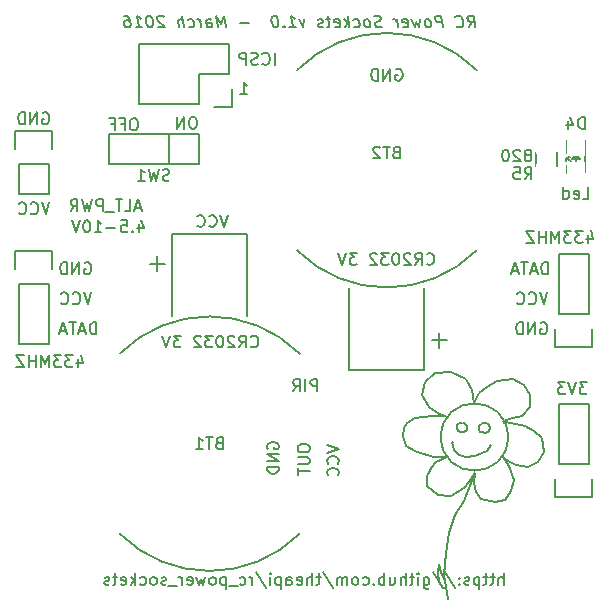
<source format=gbo>
%TF.GenerationSoftware,KiCad,Pcbnew,4.0.2-4+6225~38~ubuntu14.04.1-stable*%
%TF.CreationDate,2016-03-31T21:55:46+01:00*%
%TF.ProjectId,rc_power_sockets,72635F706F7765725F736F636B657473,rev?*%
%TF.FileFunction,Legend,Bot*%
%FSLAX46Y46*%
G04 Gerber Fmt 4.6, Leading zero omitted, Abs format (unit mm)*
G04 Created by KiCad (PCBNEW 4.0.2-4+6225~38~ubuntu14.04.1-stable) date Thu 31 Mar 2016 21:55:46 BST*
%MOMM*%
G01*
G04 APERTURE LIST*
%ADD10C,0.100000*%
%ADD11C,0.150000*%
%ADD12R,2.432000X2.127200*%
%ADD13O,2.432000X2.127200*%
%ADD14C,2.686000*%
%ADD15C,6.800000*%
%ADD16R,2.127200X2.432000*%
%ADD17O,2.127200X2.432000*%
%ADD18R,2.127200X2.127200*%
%ADD19O,2.127200X2.127200*%
%ADD20R,1.700000X1.900000*%
%ADD21R,1.598880X1.598880*%
%ADD22R,2.432000X2.432000*%
%ADD23O,2.432000X2.432000*%
%ADD24C,4.800000*%
%ADD25R,1.797000X1.797000*%
%ADD26C,1.797000*%
G04 APERTURE END LIST*
D10*
D11*
X123433333Y-76572381D02*
X123100000Y-77572381D01*
X122766666Y-76572381D01*
X121861904Y-77477143D02*
X121909523Y-77524762D01*
X122052380Y-77572381D01*
X122147618Y-77572381D01*
X122290476Y-77524762D01*
X122385714Y-77429524D01*
X122433333Y-77334286D01*
X122480952Y-77143810D01*
X122480952Y-77000952D01*
X122433333Y-76810476D01*
X122385714Y-76715238D01*
X122290476Y-76620000D01*
X122147618Y-76572381D01*
X122052380Y-76572381D01*
X121909523Y-76620000D01*
X121861904Y-76667619D01*
X120861904Y-77477143D02*
X120909523Y-77524762D01*
X121052380Y-77572381D01*
X121147618Y-77572381D01*
X121290476Y-77524762D01*
X121385714Y-77429524D01*
X121433333Y-77334286D01*
X121480952Y-77143810D01*
X121480952Y-77000952D01*
X121433333Y-76810476D01*
X121385714Y-76715238D01*
X121290476Y-76620000D01*
X121147618Y-76572381D01*
X121052380Y-76572381D01*
X120909523Y-76620000D01*
X120861904Y-76667619D01*
X130672381Y-69460381D02*
X130481904Y-69460381D01*
X130386666Y-69508000D01*
X130291428Y-69603238D01*
X130243809Y-69793714D01*
X130243809Y-70127048D01*
X130291428Y-70317524D01*
X130386666Y-70412762D01*
X130481904Y-70460381D01*
X130672381Y-70460381D01*
X130767619Y-70412762D01*
X130862857Y-70317524D01*
X130910476Y-70127048D01*
X130910476Y-69793714D01*
X130862857Y-69603238D01*
X130767619Y-69508000D01*
X130672381Y-69460381D01*
X129481904Y-69936571D02*
X129815238Y-69936571D01*
X129815238Y-70460381D02*
X129815238Y-69460381D01*
X129339047Y-69460381D01*
X128624761Y-69936571D02*
X128958095Y-69936571D01*
X128958095Y-70460381D02*
X128958095Y-69460381D01*
X128481904Y-69460381D01*
X135673048Y-69333381D02*
X135482571Y-69333381D01*
X135387333Y-69381000D01*
X135292095Y-69476238D01*
X135244476Y-69666714D01*
X135244476Y-70000048D01*
X135292095Y-70190524D01*
X135387333Y-70285762D01*
X135482571Y-70333381D01*
X135673048Y-70333381D01*
X135768286Y-70285762D01*
X135863524Y-70190524D01*
X135911143Y-70000048D01*
X135911143Y-69666714D01*
X135863524Y-69476238D01*
X135768286Y-69381000D01*
X135673048Y-69333381D01*
X134815905Y-70333381D02*
X134815905Y-69333381D01*
X134244476Y-70333381D01*
X134244476Y-69333381D01*
X168931095Y-91812381D02*
X168312047Y-91812381D01*
X168645381Y-92193333D01*
X168502523Y-92193333D01*
X168407285Y-92240952D01*
X168359666Y-92288571D01*
X168312047Y-92383810D01*
X168312047Y-92621905D01*
X168359666Y-92717143D01*
X168407285Y-92764762D01*
X168502523Y-92812381D01*
X168788238Y-92812381D01*
X168883476Y-92764762D01*
X168931095Y-92717143D01*
X168026333Y-91812381D02*
X167693000Y-92812381D01*
X167359666Y-91812381D01*
X167121571Y-91812381D02*
X166502523Y-91812381D01*
X166835857Y-92193333D01*
X166692999Y-92193333D01*
X166597761Y-92240952D01*
X166550142Y-92288571D01*
X166502523Y-92383810D01*
X166502523Y-92621905D01*
X166550142Y-92717143D01*
X166597761Y-92764762D01*
X166692999Y-92812381D01*
X166978714Y-92812381D01*
X167073952Y-92764762D01*
X167121571Y-92717143D01*
X122861904Y-69000000D02*
X122957142Y-68952381D01*
X123099999Y-68952381D01*
X123242857Y-69000000D01*
X123338095Y-69095238D01*
X123385714Y-69190476D01*
X123433333Y-69380952D01*
X123433333Y-69523810D01*
X123385714Y-69714286D01*
X123338095Y-69809524D01*
X123242857Y-69904762D01*
X123099999Y-69952381D01*
X123004761Y-69952381D01*
X122861904Y-69904762D01*
X122814285Y-69857143D01*
X122814285Y-69523810D01*
X123004761Y-69523810D01*
X122385714Y-69952381D02*
X122385714Y-68952381D01*
X121814285Y-69952381D01*
X121814285Y-68952381D01*
X121338095Y-69952381D02*
X121338095Y-68952381D01*
X121100000Y-68952381D01*
X120957142Y-69000000D01*
X120861904Y-69095238D01*
X120814285Y-69190476D01*
X120766666Y-69380952D01*
X120766666Y-69523810D01*
X120814285Y-69714286D01*
X120861904Y-69809524D01*
X120957142Y-69904762D01*
X121100000Y-69952381D01*
X121338095Y-69952381D01*
X146100000Y-92552381D02*
X146100000Y-91552381D01*
X145719047Y-91552381D01*
X145623809Y-91600000D01*
X145576190Y-91647619D01*
X145528571Y-91742857D01*
X145528571Y-91885714D01*
X145576190Y-91980952D01*
X145623809Y-92028571D01*
X145719047Y-92076190D01*
X146100000Y-92076190D01*
X145100000Y-92552381D02*
X145100000Y-91552381D01*
X144052381Y-92552381D02*
X144385715Y-92076190D01*
X144623810Y-92552381D02*
X144623810Y-91552381D01*
X144242857Y-91552381D01*
X144147619Y-91600000D01*
X144100000Y-91647619D01*
X144052381Y-91742857D01*
X144052381Y-91885714D01*
X144100000Y-91980952D01*
X144147619Y-92028571D01*
X144242857Y-92076190D01*
X144623810Y-92076190D01*
X141920000Y-97440096D02*
X141872381Y-97344858D01*
X141872381Y-97202001D01*
X141920000Y-97059143D01*
X142015238Y-96963905D01*
X142110476Y-96916286D01*
X142300952Y-96868667D01*
X142443810Y-96868667D01*
X142634286Y-96916286D01*
X142729524Y-96963905D01*
X142824762Y-97059143D01*
X142872381Y-97202001D01*
X142872381Y-97297239D01*
X142824762Y-97440096D01*
X142777143Y-97487715D01*
X142443810Y-97487715D01*
X142443810Y-97297239D01*
X142872381Y-97916286D02*
X141872381Y-97916286D01*
X142872381Y-98487715D01*
X141872381Y-98487715D01*
X142872381Y-98963905D02*
X141872381Y-98963905D01*
X141872381Y-99202000D01*
X141920000Y-99344858D01*
X142015238Y-99440096D01*
X142110476Y-99487715D01*
X142300952Y-99535334D01*
X142443810Y-99535334D01*
X142634286Y-99487715D01*
X142729524Y-99440096D01*
X142824762Y-99344858D01*
X142872381Y-99202000D01*
X142872381Y-98963905D01*
X144452381Y-97300000D02*
X144452381Y-97490477D01*
X144500000Y-97585715D01*
X144595238Y-97680953D01*
X144785714Y-97728572D01*
X145119048Y-97728572D01*
X145309524Y-97680953D01*
X145404762Y-97585715D01*
X145452381Y-97490477D01*
X145452381Y-97300000D01*
X145404762Y-97204762D01*
X145309524Y-97109524D01*
X145119048Y-97061905D01*
X144785714Y-97061905D01*
X144595238Y-97109524D01*
X144500000Y-97204762D01*
X144452381Y-97300000D01*
X144452381Y-98157143D02*
X145261905Y-98157143D01*
X145357143Y-98204762D01*
X145404762Y-98252381D01*
X145452381Y-98347619D01*
X145452381Y-98538096D01*
X145404762Y-98633334D01*
X145357143Y-98680953D01*
X145261905Y-98728572D01*
X144452381Y-98728572D01*
X144452381Y-99061905D02*
X144452381Y-99633334D01*
X145452381Y-99347619D02*
X144452381Y-99347619D01*
X146952381Y-97122667D02*
X147952381Y-97456000D01*
X146952381Y-97789334D01*
X147857143Y-98694096D02*
X147904762Y-98646477D01*
X147952381Y-98503620D01*
X147952381Y-98408382D01*
X147904762Y-98265524D01*
X147809524Y-98170286D01*
X147714286Y-98122667D01*
X147523810Y-98075048D01*
X147380952Y-98075048D01*
X147190476Y-98122667D01*
X147095238Y-98170286D01*
X147000000Y-98265524D01*
X146952381Y-98408382D01*
X146952381Y-98503620D01*
X147000000Y-98646477D01*
X147047619Y-98694096D01*
X147857143Y-99694096D02*
X147904762Y-99646477D01*
X147952381Y-99503620D01*
X147952381Y-99408382D01*
X147904762Y-99265524D01*
X147809524Y-99170286D01*
X147714286Y-99122667D01*
X147523810Y-99075048D01*
X147380952Y-99075048D01*
X147190476Y-99122667D01*
X147095238Y-99170286D01*
X147000000Y-99265524D01*
X146952381Y-99408382D01*
X146952381Y-99503620D01*
X147000000Y-99646477D01*
X147047619Y-99694096D01*
X165637000Y-82652381D02*
X165637000Y-81652381D01*
X165398905Y-81652381D01*
X165256047Y-81700000D01*
X165160809Y-81795238D01*
X165113190Y-81890476D01*
X165065571Y-82080952D01*
X165065571Y-82223810D01*
X165113190Y-82414286D01*
X165160809Y-82509524D01*
X165256047Y-82604762D01*
X165398905Y-82652381D01*
X165637000Y-82652381D01*
X164684619Y-82366667D02*
X164208428Y-82366667D01*
X164779857Y-82652381D02*
X164446524Y-81652381D01*
X164113190Y-82652381D01*
X163922714Y-81652381D02*
X163351285Y-81652381D01*
X163637000Y-82652381D02*
X163637000Y-81652381D01*
X163065571Y-82366667D02*
X162589380Y-82366667D01*
X163160809Y-82652381D02*
X162827476Y-81652381D01*
X162494142Y-82652381D01*
X165597333Y-84192381D02*
X165264000Y-85192381D01*
X164930666Y-84192381D01*
X164025904Y-85097143D02*
X164073523Y-85144762D01*
X164216380Y-85192381D01*
X164311618Y-85192381D01*
X164454476Y-85144762D01*
X164549714Y-85049524D01*
X164597333Y-84954286D01*
X164644952Y-84763810D01*
X164644952Y-84620952D01*
X164597333Y-84430476D01*
X164549714Y-84335238D01*
X164454476Y-84240000D01*
X164311618Y-84192381D01*
X164216380Y-84192381D01*
X164073523Y-84240000D01*
X164025904Y-84287619D01*
X163025904Y-85097143D02*
X163073523Y-85144762D01*
X163216380Y-85192381D01*
X163311618Y-85192381D01*
X163454476Y-85144762D01*
X163549714Y-85049524D01*
X163597333Y-84954286D01*
X163644952Y-84763810D01*
X163644952Y-84620952D01*
X163597333Y-84430476D01*
X163549714Y-84335238D01*
X163454476Y-84240000D01*
X163311618Y-84192381D01*
X163216380Y-84192381D01*
X163073523Y-84240000D01*
X163025904Y-84287619D01*
X165025904Y-86780000D02*
X165121142Y-86732381D01*
X165263999Y-86732381D01*
X165406857Y-86780000D01*
X165502095Y-86875238D01*
X165549714Y-86970476D01*
X165597333Y-87160952D01*
X165597333Y-87303810D01*
X165549714Y-87494286D01*
X165502095Y-87589524D01*
X165406857Y-87684762D01*
X165263999Y-87732381D01*
X165168761Y-87732381D01*
X165025904Y-87684762D01*
X164978285Y-87637143D01*
X164978285Y-87303810D01*
X165168761Y-87303810D01*
X164549714Y-87732381D02*
X164549714Y-86732381D01*
X163978285Y-87732381D01*
X163978285Y-86732381D01*
X163502095Y-87732381D02*
X163502095Y-86732381D01*
X163264000Y-86732381D01*
X163121142Y-86780000D01*
X163025904Y-86875238D01*
X162978285Y-86970476D01*
X162930666Y-87160952D01*
X162930666Y-87303810D01*
X162978285Y-87494286D01*
X163025904Y-87589524D01*
X163121142Y-87684762D01*
X163264000Y-87732381D01*
X163502095Y-87732381D01*
X126417904Y-81700000D02*
X126513142Y-81652381D01*
X126655999Y-81652381D01*
X126798857Y-81700000D01*
X126894095Y-81795238D01*
X126941714Y-81890476D01*
X126989333Y-82080952D01*
X126989333Y-82223810D01*
X126941714Y-82414286D01*
X126894095Y-82509524D01*
X126798857Y-82604762D01*
X126655999Y-82652381D01*
X126560761Y-82652381D01*
X126417904Y-82604762D01*
X126370285Y-82557143D01*
X126370285Y-82223810D01*
X126560761Y-82223810D01*
X125941714Y-82652381D02*
X125941714Y-81652381D01*
X125370285Y-82652381D01*
X125370285Y-81652381D01*
X124894095Y-82652381D02*
X124894095Y-81652381D01*
X124656000Y-81652381D01*
X124513142Y-81700000D01*
X124417904Y-81795238D01*
X124370285Y-81890476D01*
X124322666Y-82080952D01*
X124322666Y-82223810D01*
X124370285Y-82414286D01*
X124417904Y-82509524D01*
X124513142Y-82604762D01*
X124656000Y-82652381D01*
X124894095Y-82652381D01*
X126989333Y-84192381D02*
X126656000Y-85192381D01*
X126322666Y-84192381D01*
X125417904Y-85097143D02*
X125465523Y-85144762D01*
X125608380Y-85192381D01*
X125703618Y-85192381D01*
X125846476Y-85144762D01*
X125941714Y-85049524D01*
X125989333Y-84954286D01*
X126036952Y-84763810D01*
X126036952Y-84620952D01*
X125989333Y-84430476D01*
X125941714Y-84335238D01*
X125846476Y-84240000D01*
X125703618Y-84192381D01*
X125608380Y-84192381D01*
X125465523Y-84240000D01*
X125417904Y-84287619D01*
X124417904Y-85097143D02*
X124465523Y-85144762D01*
X124608380Y-85192381D01*
X124703618Y-85192381D01*
X124846476Y-85144762D01*
X124941714Y-85049524D01*
X124989333Y-84954286D01*
X125036952Y-84763810D01*
X125036952Y-84620952D01*
X124989333Y-84430476D01*
X124941714Y-84335238D01*
X124846476Y-84240000D01*
X124703618Y-84192381D01*
X124608380Y-84192381D01*
X124465523Y-84240000D01*
X124417904Y-84287619D01*
X127410000Y-87732381D02*
X127410000Y-86732381D01*
X127171905Y-86732381D01*
X127029047Y-86780000D01*
X126933809Y-86875238D01*
X126886190Y-86970476D01*
X126838571Y-87160952D01*
X126838571Y-87303810D01*
X126886190Y-87494286D01*
X126933809Y-87589524D01*
X127029047Y-87684762D01*
X127171905Y-87732381D01*
X127410000Y-87732381D01*
X126457619Y-87446667D02*
X125981428Y-87446667D01*
X126552857Y-87732381D02*
X126219524Y-86732381D01*
X125886190Y-87732381D01*
X125695714Y-86732381D02*
X125124285Y-86732381D01*
X125410000Y-87732381D02*
X125410000Y-86732381D01*
X124838571Y-87446667D02*
X124362380Y-87446667D01*
X124933809Y-87732381D02*
X124600476Y-86732381D01*
X124267142Y-87732381D01*
X140480952Y-88757143D02*
X140528571Y-88804762D01*
X140671428Y-88852381D01*
X140766666Y-88852381D01*
X140909524Y-88804762D01*
X141004762Y-88709524D01*
X141052381Y-88614286D01*
X141100000Y-88423810D01*
X141100000Y-88280952D01*
X141052381Y-88090476D01*
X141004762Y-87995238D01*
X140909524Y-87900000D01*
X140766666Y-87852381D01*
X140671428Y-87852381D01*
X140528571Y-87900000D01*
X140480952Y-87947619D01*
X139480952Y-88852381D02*
X139814286Y-88376190D01*
X140052381Y-88852381D02*
X140052381Y-87852381D01*
X139671428Y-87852381D01*
X139576190Y-87900000D01*
X139528571Y-87947619D01*
X139480952Y-88042857D01*
X139480952Y-88185714D01*
X139528571Y-88280952D01*
X139576190Y-88328571D01*
X139671428Y-88376190D01*
X140052381Y-88376190D01*
X139100000Y-87947619D02*
X139052381Y-87900000D01*
X138957143Y-87852381D01*
X138719047Y-87852381D01*
X138623809Y-87900000D01*
X138576190Y-87947619D01*
X138528571Y-88042857D01*
X138528571Y-88138095D01*
X138576190Y-88280952D01*
X139147619Y-88852381D01*
X138528571Y-88852381D01*
X137909524Y-87852381D02*
X137814285Y-87852381D01*
X137719047Y-87900000D01*
X137671428Y-87947619D01*
X137623809Y-88042857D01*
X137576190Y-88233333D01*
X137576190Y-88471429D01*
X137623809Y-88661905D01*
X137671428Y-88757143D01*
X137719047Y-88804762D01*
X137814285Y-88852381D01*
X137909524Y-88852381D01*
X138004762Y-88804762D01*
X138052381Y-88757143D01*
X138100000Y-88661905D01*
X138147619Y-88471429D01*
X138147619Y-88233333D01*
X138100000Y-88042857D01*
X138052381Y-87947619D01*
X138004762Y-87900000D01*
X137909524Y-87852381D01*
X137242857Y-87852381D02*
X136623809Y-87852381D01*
X136957143Y-88233333D01*
X136814285Y-88233333D01*
X136719047Y-88280952D01*
X136671428Y-88328571D01*
X136623809Y-88423810D01*
X136623809Y-88661905D01*
X136671428Y-88757143D01*
X136719047Y-88804762D01*
X136814285Y-88852381D01*
X137100000Y-88852381D01*
X137195238Y-88804762D01*
X137242857Y-88757143D01*
X136242857Y-87947619D02*
X136195238Y-87900000D01*
X136100000Y-87852381D01*
X135861904Y-87852381D01*
X135766666Y-87900000D01*
X135719047Y-87947619D01*
X135671428Y-88042857D01*
X135671428Y-88138095D01*
X135719047Y-88280952D01*
X136290476Y-88852381D01*
X135671428Y-88852381D01*
X134576190Y-87852381D02*
X133957142Y-87852381D01*
X134290476Y-88233333D01*
X134147618Y-88233333D01*
X134052380Y-88280952D01*
X134004761Y-88328571D01*
X133957142Y-88423810D01*
X133957142Y-88661905D01*
X134004761Y-88757143D01*
X134052380Y-88804762D01*
X134147618Y-88852381D01*
X134433333Y-88852381D01*
X134528571Y-88804762D01*
X134576190Y-88757143D01*
X133671428Y-87852381D02*
X133338095Y-88852381D01*
X133004761Y-87852381D01*
X155380952Y-81757143D02*
X155428571Y-81804762D01*
X155571428Y-81852381D01*
X155666666Y-81852381D01*
X155809524Y-81804762D01*
X155904762Y-81709524D01*
X155952381Y-81614286D01*
X156000000Y-81423810D01*
X156000000Y-81280952D01*
X155952381Y-81090476D01*
X155904762Y-80995238D01*
X155809524Y-80900000D01*
X155666666Y-80852381D01*
X155571428Y-80852381D01*
X155428571Y-80900000D01*
X155380952Y-80947619D01*
X154380952Y-81852381D02*
X154714286Y-81376190D01*
X154952381Y-81852381D02*
X154952381Y-80852381D01*
X154571428Y-80852381D01*
X154476190Y-80900000D01*
X154428571Y-80947619D01*
X154380952Y-81042857D01*
X154380952Y-81185714D01*
X154428571Y-81280952D01*
X154476190Y-81328571D01*
X154571428Y-81376190D01*
X154952381Y-81376190D01*
X154000000Y-80947619D02*
X153952381Y-80900000D01*
X153857143Y-80852381D01*
X153619047Y-80852381D01*
X153523809Y-80900000D01*
X153476190Y-80947619D01*
X153428571Y-81042857D01*
X153428571Y-81138095D01*
X153476190Y-81280952D01*
X154047619Y-81852381D01*
X153428571Y-81852381D01*
X152809524Y-80852381D02*
X152714285Y-80852381D01*
X152619047Y-80900000D01*
X152571428Y-80947619D01*
X152523809Y-81042857D01*
X152476190Y-81233333D01*
X152476190Y-81471429D01*
X152523809Y-81661905D01*
X152571428Y-81757143D01*
X152619047Y-81804762D01*
X152714285Y-81852381D01*
X152809524Y-81852381D01*
X152904762Y-81804762D01*
X152952381Y-81757143D01*
X153000000Y-81661905D01*
X153047619Y-81471429D01*
X153047619Y-81233333D01*
X153000000Y-81042857D01*
X152952381Y-80947619D01*
X152904762Y-80900000D01*
X152809524Y-80852381D01*
X152142857Y-80852381D02*
X151523809Y-80852381D01*
X151857143Y-81233333D01*
X151714285Y-81233333D01*
X151619047Y-81280952D01*
X151571428Y-81328571D01*
X151523809Y-81423810D01*
X151523809Y-81661905D01*
X151571428Y-81757143D01*
X151619047Y-81804762D01*
X151714285Y-81852381D01*
X152000000Y-81852381D01*
X152095238Y-81804762D01*
X152142857Y-81757143D01*
X151142857Y-80947619D02*
X151095238Y-80900000D01*
X151000000Y-80852381D01*
X150761904Y-80852381D01*
X150666666Y-80900000D01*
X150619047Y-80947619D01*
X150571428Y-81042857D01*
X150571428Y-81138095D01*
X150619047Y-81280952D01*
X151190476Y-81852381D01*
X150571428Y-81852381D01*
X149476190Y-80852381D02*
X148857142Y-80852381D01*
X149190476Y-81233333D01*
X149047618Y-81233333D01*
X148952380Y-81280952D01*
X148904761Y-81328571D01*
X148857142Y-81423810D01*
X148857142Y-81661905D01*
X148904761Y-81757143D01*
X148952380Y-81804762D01*
X149047618Y-81852381D01*
X149333333Y-81852381D01*
X149428571Y-81804762D01*
X149476190Y-81757143D01*
X148571428Y-80852381D02*
X148238095Y-81852381D01*
X147904761Y-80852381D01*
X152761904Y-65300000D02*
X152857142Y-65252381D01*
X152999999Y-65252381D01*
X153142857Y-65300000D01*
X153238095Y-65395238D01*
X153285714Y-65490476D01*
X153333333Y-65680952D01*
X153333333Y-65823810D01*
X153285714Y-66014286D01*
X153238095Y-66109524D01*
X153142857Y-66204762D01*
X152999999Y-66252381D01*
X152904761Y-66252381D01*
X152761904Y-66204762D01*
X152714285Y-66157143D01*
X152714285Y-65823810D01*
X152904761Y-65823810D01*
X152285714Y-66252381D02*
X152285714Y-65252381D01*
X151714285Y-66252381D01*
X151714285Y-65252381D01*
X151238095Y-66252381D02*
X151238095Y-65252381D01*
X151000000Y-65252381D01*
X150857142Y-65300000D01*
X150761904Y-65395238D01*
X150714285Y-65490476D01*
X150666666Y-65680952D01*
X150666666Y-65823810D01*
X150714285Y-66014286D01*
X150761904Y-66109524D01*
X150857142Y-66204762D01*
X151000000Y-66252381D01*
X151238095Y-66252381D01*
X161880954Y-108952381D02*
X161880954Y-107952381D01*
X161452382Y-108952381D02*
X161452382Y-108428571D01*
X161500001Y-108333333D01*
X161595239Y-108285714D01*
X161738097Y-108285714D01*
X161833335Y-108333333D01*
X161880954Y-108380952D01*
X161119049Y-108285714D02*
X160738097Y-108285714D01*
X160976192Y-107952381D02*
X160976192Y-108809524D01*
X160928573Y-108904762D01*
X160833335Y-108952381D01*
X160738097Y-108952381D01*
X160547620Y-108285714D02*
X160166668Y-108285714D01*
X160404763Y-107952381D02*
X160404763Y-108809524D01*
X160357144Y-108904762D01*
X160261906Y-108952381D01*
X160166668Y-108952381D01*
X159833334Y-108285714D02*
X159833334Y-109285714D01*
X159833334Y-108333333D02*
X159738096Y-108285714D01*
X159547619Y-108285714D01*
X159452381Y-108333333D01*
X159404762Y-108380952D01*
X159357143Y-108476190D01*
X159357143Y-108761905D01*
X159404762Y-108857143D01*
X159452381Y-108904762D01*
X159547619Y-108952381D01*
X159738096Y-108952381D01*
X159833334Y-108904762D01*
X158976191Y-108904762D02*
X158880953Y-108952381D01*
X158690477Y-108952381D01*
X158595238Y-108904762D01*
X158547619Y-108809524D01*
X158547619Y-108761905D01*
X158595238Y-108666667D01*
X158690477Y-108619048D01*
X158833334Y-108619048D01*
X158928572Y-108571429D01*
X158976191Y-108476190D01*
X158976191Y-108428571D01*
X158928572Y-108333333D01*
X158833334Y-108285714D01*
X158690477Y-108285714D01*
X158595238Y-108333333D01*
X158119048Y-108857143D02*
X158071429Y-108904762D01*
X158119048Y-108952381D01*
X158166667Y-108904762D01*
X158119048Y-108857143D01*
X158119048Y-108952381D01*
X158119048Y-108333333D02*
X158071429Y-108380952D01*
X158119048Y-108428571D01*
X158166667Y-108380952D01*
X158119048Y-108333333D01*
X158119048Y-108428571D01*
X156928572Y-107904762D02*
X157785715Y-109190476D01*
X155880953Y-107904762D02*
X156738096Y-109190476D01*
X155119048Y-108285714D02*
X155119048Y-109095238D01*
X155166667Y-109190476D01*
X155214286Y-109238095D01*
X155309525Y-109285714D01*
X155452382Y-109285714D01*
X155547620Y-109238095D01*
X155119048Y-108904762D02*
X155214286Y-108952381D01*
X155404763Y-108952381D01*
X155500001Y-108904762D01*
X155547620Y-108857143D01*
X155595239Y-108761905D01*
X155595239Y-108476190D01*
X155547620Y-108380952D01*
X155500001Y-108333333D01*
X155404763Y-108285714D01*
X155214286Y-108285714D01*
X155119048Y-108333333D01*
X154642858Y-108952381D02*
X154642858Y-108285714D01*
X154642858Y-107952381D02*
X154690477Y-108000000D01*
X154642858Y-108047619D01*
X154595239Y-108000000D01*
X154642858Y-107952381D01*
X154642858Y-108047619D01*
X154309525Y-108285714D02*
X153928573Y-108285714D01*
X154166668Y-107952381D02*
X154166668Y-108809524D01*
X154119049Y-108904762D01*
X154023811Y-108952381D01*
X153928573Y-108952381D01*
X153595239Y-108952381D02*
X153595239Y-107952381D01*
X153166667Y-108952381D02*
X153166667Y-108428571D01*
X153214286Y-108333333D01*
X153309524Y-108285714D01*
X153452382Y-108285714D01*
X153547620Y-108333333D01*
X153595239Y-108380952D01*
X152261905Y-108285714D02*
X152261905Y-108952381D01*
X152690477Y-108285714D02*
X152690477Y-108809524D01*
X152642858Y-108904762D01*
X152547620Y-108952381D01*
X152404762Y-108952381D01*
X152309524Y-108904762D01*
X152261905Y-108857143D01*
X151785715Y-108952381D02*
X151785715Y-107952381D01*
X151785715Y-108333333D02*
X151690477Y-108285714D01*
X151500000Y-108285714D01*
X151404762Y-108333333D01*
X151357143Y-108380952D01*
X151309524Y-108476190D01*
X151309524Y-108761905D01*
X151357143Y-108857143D01*
X151404762Y-108904762D01*
X151500000Y-108952381D01*
X151690477Y-108952381D01*
X151785715Y-108904762D01*
X150880953Y-108857143D02*
X150833334Y-108904762D01*
X150880953Y-108952381D01*
X150928572Y-108904762D01*
X150880953Y-108857143D01*
X150880953Y-108952381D01*
X149976191Y-108904762D02*
X150071429Y-108952381D01*
X150261906Y-108952381D01*
X150357144Y-108904762D01*
X150404763Y-108857143D01*
X150452382Y-108761905D01*
X150452382Y-108476190D01*
X150404763Y-108380952D01*
X150357144Y-108333333D01*
X150261906Y-108285714D01*
X150071429Y-108285714D01*
X149976191Y-108333333D01*
X149404763Y-108952381D02*
X149500001Y-108904762D01*
X149547620Y-108857143D01*
X149595239Y-108761905D01*
X149595239Y-108476190D01*
X149547620Y-108380952D01*
X149500001Y-108333333D01*
X149404763Y-108285714D01*
X149261905Y-108285714D01*
X149166667Y-108333333D01*
X149119048Y-108380952D01*
X149071429Y-108476190D01*
X149071429Y-108761905D01*
X149119048Y-108857143D01*
X149166667Y-108904762D01*
X149261905Y-108952381D01*
X149404763Y-108952381D01*
X148642858Y-108952381D02*
X148642858Y-108285714D01*
X148642858Y-108380952D02*
X148595239Y-108333333D01*
X148500001Y-108285714D01*
X148357143Y-108285714D01*
X148261905Y-108333333D01*
X148214286Y-108428571D01*
X148214286Y-108952381D01*
X148214286Y-108428571D02*
X148166667Y-108333333D01*
X148071429Y-108285714D01*
X147928572Y-108285714D01*
X147833334Y-108333333D01*
X147785715Y-108428571D01*
X147785715Y-108952381D01*
X146595239Y-107904762D02*
X147452382Y-109190476D01*
X146404763Y-108285714D02*
X146023811Y-108285714D01*
X146261906Y-107952381D02*
X146261906Y-108809524D01*
X146214287Y-108904762D01*
X146119049Y-108952381D01*
X146023811Y-108952381D01*
X145690477Y-108952381D02*
X145690477Y-107952381D01*
X145261905Y-108952381D02*
X145261905Y-108428571D01*
X145309524Y-108333333D01*
X145404762Y-108285714D01*
X145547620Y-108285714D01*
X145642858Y-108333333D01*
X145690477Y-108380952D01*
X144404762Y-108904762D02*
X144500000Y-108952381D01*
X144690477Y-108952381D01*
X144785715Y-108904762D01*
X144833334Y-108809524D01*
X144833334Y-108428571D01*
X144785715Y-108333333D01*
X144690477Y-108285714D01*
X144500000Y-108285714D01*
X144404762Y-108333333D01*
X144357143Y-108428571D01*
X144357143Y-108523810D01*
X144833334Y-108619048D01*
X143500000Y-108952381D02*
X143500000Y-108428571D01*
X143547619Y-108333333D01*
X143642857Y-108285714D01*
X143833334Y-108285714D01*
X143928572Y-108333333D01*
X143500000Y-108904762D02*
X143595238Y-108952381D01*
X143833334Y-108952381D01*
X143928572Y-108904762D01*
X143976191Y-108809524D01*
X143976191Y-108714286D01*
X143928572Y-108619048D01*
X143833334Y-108571429D01*
X143595238Y-108571429D01*
X143500000Y-108523810D01*
X143023810Y-108285714D02*
X143023810Y-109285714D01*
X143023810Y-108333333D02*
X142928572Y-108285714D01*
X142738095Y-108285714D01*
X142642857Y-108333333D01*
X142595238Y-108380952D01*
X142547619Y-108476190D01*
X142547619Y-108761905D01*
X142595238Y-108857143D01*
X142642857Y-108904762D01*
X142738095Y-108952381D01*
X142928572Y-108952381D01*
X143023810Y-108904762D01*
X142119048Y-108952381D02*
X142119048Y-108285714D01*
X142119048Y-107952381D02*
X142166667Y-108000000D01*
X142119048Y-108047619D01*
X142071429Y-108000000D01*
X142119048Y-107952381D01*
X142119048Y-108047619D01*
X140928572Y-107904762D02*
X141785715Y-109190476D01*
X140595239Y-108952381D02*
X140595239Y-108285714D01*
X140595239Y-108476190D02*
X140547620Y-108380952D01*
X140500001Y-108333333D01*
X140404763Y-108285714D01*
X140309524Y-108285714D01*
X139547619Y-108904762D02*
X139642857Y-108952381D01*
X139833334Y-108952381D01*
X139928572Y-108904762D01*
X139976191Y-108857143D01*
X140023810Y-108761905D01*
X140023810Y-108476190D01*
X139976191Y-108380952D01*
X139928572Y-108333333D01*
X139833334Y-108285714D01*
X139642857Y-108285714D01*
X139547619Y-108333333D01*
X139357143Y-109047619D02*
X138595238Y-109047619D01*
X138357143Y-108285714D02*
X138357143Y-109285714D01*
X138357143Y-108333333D02*
X138261905Y-108285714D01*
X138071428Y-108285714D01*
X137976190Y-108333333D01*
X137928571Y-108380952D01*
X137880952Y-108476190D01*
X137880952Y-108761905D01*
X137928571Y-108857143D01*
X137976190Y-108904762D01*
X138071428Y-108952381D01*
X138261905Y-108952381D01*
X138357143Y-108904762D01*
X137309524Y-108952381D02*
X137404762Y-108904762D01*
X137452381Y-108857143D01*
X137500000Y-108761905D01*
X137500000Y-108476190D01*
X137452381Y-108380952D01*
X137404762Y-108333333D01*
X137309524Y-108285714D01*
X137166666Y-108285714D01*
X137071428Y-108333333D01*
X137023809Y-108380952D01*
X136976190Y-108476190D01*
X136976190Y-108761905D01*
X137023809Y-108857143D01*
X137071428Y-108904762D01*
X137166666Y-108952381D01*
X137309524Y-108952381D01*
X136642857Y-108285714D02*
X136452381Y-108952381D01*
X136261904Y-108476190D01*
X136071428Y-108952381D01*
X135880952Y-108285714D01*
X135119047Y-108904762D02*
X135214285Y-108952381D01*
X135404762Y-108952381D01*
X135500000Y-108904762D01*
X135547619Y-108809524D01*
X135547619Y-108428571D01*
X135500000Y-108333333D01*
X135404762Y-108285714D01*
X135214285Y-108285714D01*
X135119047Y-108333333D01*
X135071428Y-108428571D01*
X135071428Y-108523810D01*
X135547619Y-108619048D01*
X134642857Y-108952381D02*
X134642857Y-108285714D01*
X134642857Y-108476190D02*
X134595238Y-108380952D01*
X134547619Y-108333333D01*
X134452381Y-108285714D01*
X134357142Y-108285714D01*
X134261904Y-109047619D02*
X133499999Y-109047619D01*
X133309523Y-108904762D02*
X133214285Y-108952381D01*
X133023809Y-108952381D01*
X132928570Y-108904762D01*
X132880951Y-108809524D01*
X132880951Y-108761905D01*
X132928570Y-108666667D01*
X133023809Y-108619048D01*
X133166666Y-108619048D01*
X133261904Y-108571429D01*
X133309523Y-108476190D01*
X133309523Y-108428571D01*
X133261904Y-108333333D01*
X133166666Y-108285714D01*
X133023809Y-108285714D01*
X132928570Y-108333333D01*
X132309523Y-108952381D02*
X132404761Y-108904762D01*
X132452380Y-108857143D01*
X132499999Y-108761905D01*
X132499999Y-108476190D01*
X132452380Y-108380952D01*
X132404761Y-108333333D01*
X132309523Y-108285714D01*
X132166665Y-108285714D01*
X132071427Y-108333333D01*
X132023808Y-108380952D01*
X131976189Y-108476190D01*
X131976189Y-108761905D01*
X132023808Y-108857143D01*
X132071427Y-108904762D01*
X132166665Y-108952381D01*
X132309523Y-108952381D01*
X131119046Y-108904762D02*
X131214284Y-108952381D01*
X131404761Y-108952381D01*
X131499999Y-108904762D01*
X131547618Y-108857143D01*
X131595237Y-108761905D01*
X131595237Y-108476190D01*
X131547618Y-108380952D01*
X131499999Y-108333333D01*
X131404761Y-108285714D01*
X131214284Y-108285714D01*
X131119046Y-108333333D01*
X130690475Y-108952381D02*
X130690475Y-107952381D01*
X130595237Y-108571429D02*
X130309522Y-108952381D01*
X130309522Y-108285714D02*
X130690475Y-108666667D01*
X129499998Y-108904762D02*
X129595236Y-108952381D01*
X129785713Y-108952381D01*
X129880951Y-108904762D01*
X129928570Y-108809524D01*
X129928570Y-108428571D01*
X129880951Y-108333333D01*
X129785713Y-108285714D01*
X129595236Y-108285714D01*
X129499998Y-108333333D01*
X129452379Y-108428571D01*
X129452379Y-108523810D01*
X129928570Y-108619048D01*
X129166665Y-108285714D02*
X128785713Y-108285714D01*
X129023808Y-107952381D02*
X129023808Y-108809524D01*
X128976189Y-108904762D01*
X128880951Y-108952381D01*
X128785713Y-108952381D01*
X128499998Y-108904762D02*
X128404760Y-108952381D01*
X128214284Y-108952381D01*
X128119045Y-108904762D01*
X128071426Y-108809524D01*
X128071426Y-108761905D01*
X128119045Y-108666667D01*
X128214284Y-108619048D01*
X128357141Y-108619048D01*
X128452379Y-108571429D01*
X128499998Y-108476190D01*
X128499998Y-108428571D01*
X128452379Y-108333333D01*
X128357141Y-108285714D01*
X128214284Y-108285714D01*
X128119045Y-108333333D01*
X139594285Y-67412381D02*
X140165714Y-67412381D01*
X139880000Y-67412381D02*
X139880000Y-66412381D01*
X139975238Y-66555238D01*
X140070476Y-66650476D01*
X140165714Y-66698095D01*
X130973809Y-78429714D02*
X130973809Y-79096381D01*
X131211905Y-78048762D02*
X131450000Y-78763048D01*
X130830952Y-78763048D01*
X130450000Y-79001143D02*
X130402381Y-79048762D01*
X130450000Y-79096381D01*
X130497619Y-79048762D01*
X130450000Y-79001143D01*
X130450000Y-79096381D01*
X129497619Y-78096381D02*
X129973810Y-78096381D01*
X130021429Y-78572571D01*
X129973810Y-78524952D01*
X129878572Y-78477333D01*
X129640476Y-78477333D01*
X129545238Y-78524952D01*
X129497619Y-78572571D01*
X129450000Y-78667810D01*
X129450000Y-78905905D01*
X129497619Y-79001143D01*
X129545238Y-79048762D01*
X129640476Y-79096381D01*
X129878572Y-79096381D01*
X129973810Y-79048762D01*
X130021429Y-79001143D01*
X129021429Y-78715429D02*
X128259524Y-78715429D01*
X127259524Y-79096381D02*
X127830953Y-79096381D01*
X127545239Y-79096381D02*
X127545239Y-78096381D01*
X127640477Y-78239238D01*
X127735715Y-78334476D01*
X127830953Y-78382095D01*
X126640477Y-78096381D02*
X126545238Y-78096381D01*
X126450000Y-78144000D01*
X126402381Y-78191619D01*
X126354762Y-78286857D01*
X126307143Y-78477333D01*
X126307143Y-78715429D01*
X126354762Y-78905905D01*
X126402381Y-79001143D01*
X126450000Y-79048762D01*
X126545238Y-79096381D01*
X126640477Y-79096381D01*
X126735715Y-79048762D01*
X126783334Y-79001143D01*
X126830953Y-78905905D01*
X126878572Y-78715429D01*
X126878572Y-78477333D01*
X126830953Y-78286857D01*
X126783334Y-78191619D01*
X126735715Y-78144000D01*
X126640477Y-78096381D01*
X126021429Y-78096381D02*
X125688096Y-79096381D01*
X125354762Y-78096381D01*
X158918454Y-61752381D02*
X159192264Y-61276190D01*
X159489883Y-61752381D02*
X159364883Y-60752381D01*
X158983930Y-60752381D01*
X158894644Y-60800000D01*
X158852977Y-60847619D01*
X158817263Y-60942857D01*
X158835120Y-61085714D01*
X158894644Y-61180952D01*
X158948215Y-61228571D01*
X159049406Y-61276190D01*
X159430359Y-61276190D01*
X157906549Y-61657143D02*
X157960120Y-61704762D01*
X158108930Y-61752381D01*
X158204168Y-61752381D01*
X158341073Y-61704762D01*
X158424406Y-61609524D01*
X158460121Y-61514286D01*
X158483930Y-61323810D01*
X158466073Y-61180952D01*
X158394644Y-60990476D01*
X158335121Y-60895238D01*
X158227978Y-60800000D01*
X158079168Y-60752381D01*
X157983930Y-60752381D01*
X157847025Y-60800000D01*
X157805358Y-60847619D01*
X156727978Y-61752381D02*
X156602978Y-60752381D01*
X156222025Y-60752381D01*
X156132739Y-60800000D01*
X156091072Y-60847619D01*
X156055358Y-60942857D01*
X156073215Y-61085714D01*
X156132739Y-61180952D01*
X156186310Y-61228571D01*
X156287501Y-61276190D01*
X156668454Y-61276190D01*
X155585121Y-61752381D02*
X155674406Y-61704762D01*
X155716073Y-61657143D01*
X155751787Y-61561905D01*
X155716073Y-61276190D01*
X155656549Y-61180952D01*
X155602978Y-61133333D01*
X155501787Y-61085714D01*
X155358929Y-61085714D01*
X155269644Y-61133333D01*
X155227977Y-61180952D01*
X155192263Y-61276190D01*
X155227977Y-61561905D01*
X155287501Y-61657143D01*
X155341072Y-61704762D01*
X155442263Y-61752381D01*
X155585121Y-61752381D01*
X154835120Y-61085714D02*
X154727978Y-61752381D01*
X154477977Y-61276190D01*
X154347025Y-61752381D01*
X154073215Y-61085714D01*
X153388691Y-61704762D02*
X153489882Y-61752381D01*
X153680359Y-61752381D01*
X153769644Y-61704762D01*
X153805358Y-61609524D01*
X153757739Y-61228571D01*
X153698216Y-61133333D01*
X153597025Y-61085714D01*
X153406548Y-61085714D01*
X153317263Y-61133333D01*
X153281548Y-61228571D01*
X153293453Y-61323810D01*
X153781549Y-61419048D01*
X152918454Y-61752381D02*
X152835120Y-61085714D01*
X152858930Y-61276190D02*
X152799406Y-61180952D01*
X152745835Y-61133333D01*
X152644644Y-61085714D01*
X152549405Y-61085714D01*
X151579167Y-61704762D02*
X151442263Y-61752381D01*
X151204167Y-61752381D01*
X151102976Y-61704762D01*
X151049405Y-61657143D01*
X150989881Y-61561905D01*
X150977976Y-61466667D01*
X151013691Y-61371429D01*
X151055357Y-61323810D01*
X151144643Y-61276190D01*
X151329167Y-61228571D01*
X151418453Y-61180952D01*
X151460120Y-61133333D01*
X151495834Y-61038095D01*
X151483929Y-60942857D01*
X151424405Y-60847619D01*
X151370834Y-60800000D01*
X151269644Y-60752381D01*
X151031548Y-60752381D01*
X150894643Y-60800000D01*
X150442263Y-61752381D02*
X150531548Y-61704762D01*
X150573215Y-61657143D01*
X150608929Y-61561905D01*
X150573215Y-61276190D01*
X150513691Y-61180952D01*
X150460120Y-61133333D01*
X150358929Y-61085714D01*
X150216071Y-61085714D01*
X150126786Y-61133333D01*
X150085119Y-61180952D01*
X150049405Y-61276190D01*
X150085119Y-61561905D01*
X150144643Y-61657143D01*
X150198214Y-61704762D01*
X150299405Y-61752381D01*
X150442263Y-61752381D01*
X149245833Y-61704762D02*
X149347024Y-61752381D01*
X149537501Y-61752381D01*
X149626786Y-61704762D01*
X149668453Y-61657143D01*
X149704167Y-61561905D01*
X149668453Y-61276190D01*
X149608929Y-61180952D01*
X149555358Y-61133333D01*
X149454167Y-61085714D01*
X149263690Y-61085714D01*
X149174405Y-61133333D01*
X148823215Y-61752381D02*
X148698215Y-60752381D01*
X148680358Y-61371429D02*
X148442262Y-61752381D01*
X148358928Y-61085714D02*
X148787500Y-61466667D01*
X147626785Y-61704762D02*
X147727976Y-61752381D01*
X147918453Y-61752381D01*
X148007738Y-61704762D01*
X148043452Y-61609524D01*
X147995833Y-61228571D01*
X147936310Y-61133333D01*
X147835119Y-61085714D01*
X147644642Y-61085714D01*
X147555357Y-61133333D01*
X147519642Y-61228571D01*
X147531547Y-61323810D01*
X148019643Y-61419048D01*
X147216071Y-61085714D02*
X146835119Y-61085714D01*
X147031548Y-60752381D02*
X147138690Y-61609524D01*
X147102976Y-61704762D01*
X147013691Y-61752381D01*
X146918453Y-61752381D01*
X146626785Y-61704762D02*
X146537500Y-61752381D01*
X146347024Y-61752381D01*
X146245832Y-61704762D01*
X146186308Y-61609524D01*
X146180356Y-61561905D01*
X146216070Y-61466667D01*
X146305357Y-61419048D01*
X146448214Y-61419048D01*
X146537500Y-61371429D01*
X146573214Y-61276190D01*
X146567261Y-61228571D01*
X146507738Y-61133333D01*
X146406547Y-61085714D01*
X146263690Y-61085714D01*
X146174404Y-61133333D01*
X145025594Y-61085714D02*
X144870833Y-61752381D01*
X144549403Y-61085714D01*
X143727975Y-61752381D02*
X144299404Y-61752381D01*
X144013690Y-61752381D02*
X143888690Y-60752381D01*
X144001785Y-60895238D01*
X144108927Y-60990476D01*
X144210118Y-61038095D01*
X143287499Y-61657143D02*
X143245832Y-61704762D01*
X143299404Y-61752381D01*
X143341070Y-61704762D01*
X143287499Y-61657143D01*
X143299404Y-61752381D01*
X142507738Y-60752381D02*
X142412499Y-60752381D01*
X142323213Y-60800000D01*
X142281546Y-60847619D01*
X142245832Y-60942857D01*
X142222023Y-61133333D01*
X142251785Y-61371429D01*
X142323213Y-61561905D01*
X142382737Y-61657143D01*
X142436308Y-61704762D01*
X142537499Y-61752381D01*
X142632738Y-61752381D01*
X142722023Y-61704762D01*
X142763690Y-61657143D01*
X142799404Y-61561905D01*
X142823214Y-61371429D01*
X142793452Y-61133333D01*
X142722023Y-60942857D01*
X142662499Y-60847619D01*
X142608928Y-60800000D01*
X142507738Y-60752381D01*
X140299404Y-61371429D02*
X139537499Y-61371429D01*
X138347023Y-61752381D02*
X138222023Y-60752381D01*
X137977974Y-61466667D01*
X137555356Y-60752381D01*
X137680356Y-61752381D01*
X136775594Y-61752381D02*
X136710117Y-61228571D01*
X136745832Y-61133333D01*
X136835117Y-61085714D01*
X137025594Y-61085714D01*
X137126785Y-61133333D01*
X136769641Y-61704762D02*
X136870832Y-61752381D01*
X137108928Y-61752381D01*
X137198213Y-61704762D01*
X137233927Y-61609524D01*
X137222023Y-61514286D01*
X137162499Y-61419048D01*
X137061309Y-61371429D01*
X136823213Y-61371429D01*
X136722022Y-61323810D01*
X136299404Y-61752381D02*
X136216070Y-61085714D01*
X136239880Y-61276190D02*
X136180356Y-61180952D01*
X136126785Y-61133333D01*
X136025594Y-61085714D01*
X135930355Y-61085714D01*
X135245831Y-61704762D02*
X135347022Y-61752381D01*
X135537499Y-61752381D01*
X135626784Y-61704762D01*
X135668451Y-61657143D01*
X135704165Y-61561905D01*
X135668451Y-61276190D01*
X135608927Y-61180952D01*
X135555356Y-61133333D01*
X135454165Y-61085714D01*
X135263688Y-61085714D01*
X135174403Y-61133333D01*
X134823213Y-61752381D02*
X134698213Y-60752381D01*
X134394641Y-61752381D02*
X134329164Y-61228571D01*
X134364879Y-61133333D01*
X134454164Y-61085714D01*
X134597022Y-61085714D01*
X134698213Y-61133333D01*
X134751784Y-61180952D01*
X133091069Y-60847619D02*
X133037498Y-60800000D01*
X132936308Y-60752381D01*
X132698212Y-60752381D01*
X132608926Y-60800000D01*
X132567259Y-60847619D01*
X132531545Y-60942857D01*
X132543450Y-61038095D01*
X132608926Y-61180952D01*
X133251784Y-61752381D01*
X132632736Y-61752381D01*
X131888689Y-60752381D02*
X131793450Y-60752381D01*
X131704164Y-60800000D01*
X131662497Y-60847619D01*
X131626783Y-60942857D01*
X131602974Y-61133333D01*
X131632736Y-61371429D01*
X131704164Y-61561905D01*
X131763688Y-61657143D01*
X131817259Y-61704762D01*
X131918450Y-61752381D01*
X132013689Y-61752381D01*
X132102974Y-61704762D01*
X132144641Y-61657143D01*
X132180355Y-61561905D01*
X132204165Y-61371429D01*
X132174403Y-61133333D01*
X132102974Y-60942857D01*
X132043450Y-60847619D01*
X131989879Y-60800000D01*
X131888689Y-60752381D01*
X130727974Y-61752381D02*
X131299403Y-61752381D01*
X131013689Y-61752381D02*
X130888689Y-60752381D01*
X131001784Y-60895238D01*
X131108926Y-60990476D01*
X131210117Y-61038095D01*
X129745831Y-60752381D02*
X129936308Y-60752381D01*
X130037498Y-60800000D01*
X130091069Y-60847619D01*
X130204164Y-60990476D01*
X130275593Y-61180952D01*
X130323212Y-61561905D01*
X130287498Y-61657143D01*
X130245831Y-61704762D01*
X130156546Y-61752381D01*
X129966069Y-61752381D01*
X129864878Y-61704762D01*
X129811307Y-61657143D01*
X129751783Y-61561905D01*
X129722021Y-61323810D01*
X129757735Y-61228571D01*
X129799402Y-61180952D01*
X129888688Y-61133333D01*
X130079165Y-61133333D01*
X130180355Y-61180952D01*
X130233926Y-61228571D01*
X130293450Y-61323810D01*
X138533333Y-77652381D02*
X138200000Y-78652381D01*
X137866666Y-77652381D01*
X136961904Y-78557143D02*
X137009523Y-78604762D01*
X137152380Y-78652381D01*
X137247618Y-78652381D01*
X137390476Y-78604762D01*
X137485714Y-78509524D01*
X137533333Y-78414286D01*
X137580952Y-78223810D01*
X137580952Y-78080952D01*
X137533333Y-77890476D01*
X137485714Y-77795238D01*
X137390476Y-77700000D01*
X137247618Y-77652381D01*
X137152380Y-77652381D01*
X137009523Y-77700000D01*
X136961904Y-77747619D01*
X135961904Y-78557143D02*
X136009523Y-78604762D01*
X136152380Y-78652381D01*
X136247618Y-78652381D01*
X136390476Y-78604762D01*
X136485714Y-78509524D01*
X136533333Y-78414286D01*
X136580952Y-78223810D01*
X136580952Y-78080952D01*
X136533333Y-77890476D01*
X136485714Y-77795238D01*
X136390476Y-77700000D01*
X136247618Y-77652381D01*
X136152380Y-77652381D01*
X136009523Y-77700000D01*
X135961904Y-77747619D01*
X166550000Y-98710000D02*
X166550000Y-93630000D01*
X166550000Y-93630000D02*
X169090000Y-93630000D01*
X169090000Y-93630000D02*
X169090000Y-98710000D01*
X169370000Y-101530000D02*
X169370000Y-99980000D01*
X169090000Y-98710000D02*
X166550000Y-98710000D01*
X166270000Y-99980000D02*
X166270000Y-101530000D01*
X166270000Y-101530000D02*
X169370000Y-101530000D01*
X159620000Y-80620000D02*
G75*
G02X144380000Y-80620000I-7620000J7620000D01*
G01*
X144380000Y-65380000D02*
G75*
G02X159620000Y-65380000I7620000J-7620000D01*
G01*
X155810000Y-88240000D02*
X157080000Y-88240000D01*
X156445000Y-87605000D02*
X156445000Y-88875000D01*
X148825000Y-90145000D02*
X148825000Y-90780000D01*
X148825000Y-90780000D02*
X155175000Y-90780000D01*
X155175000Y-90780000D02*
X155175000Y-90145000D01*
X148825000Y-88875000D02*
X148825000Y-90145000D01*
X155175000Y-90145000D02*
X155175000Y-83795000D01*
X148825000Y-83795000D02*
X148825000Y-88875000D01*
X129380000Y-89380000D02*
G75*
G02X144620000Y-89380000I7620000J-7620000D01*
G01*
X144620000Y-104620000D02*
G75*
G02X129380000Y-104620000I-7620000J7620000D01*
G01*
X133190000Y-81760000D02*
X131920000Y-81760000D01*
X132555000Y-82395000D02*
X132555000Y-81125000D01*
X140175000Y-79855000D02*
X140175000Y-79220000D01*
X140175000Y-79220000D02*
X133825000Y-79220000D01*
X133825000Y-79220000D02*
X133825000Y-79855000D01*
X140175000Y-81125000D02*
X140175000Y-79855000D01*
X133825000Y-79855000D02*
X133825000Y-86205000D01*
X140175000Y-86205000D02*
X140175000Y-81125000D01*
X159779000Y-95546000D02*
X159939000Y-95306000D01*
X159939000Y-95306000D02*
X160149000Y-95246000D01*
X160149000Y-95246000D02*
X160409000Y-95246000D01*
X160409000Y-95246000D02*
X160589000Y-95366000D01*
X160589000Y-95366000D02*
X160739000Y-95566000D01*
X160739000Y-95566000D02*
X160739000Y-95796000D01*
X160739000Y-95796000D02*
X160569000Y-95996000D01*
X160569000Y-95996000D02*
X160309000Y-96056000D01*
X160309000Y-96056000D02*
X160069000Y-96036000D01*
X160069000Y-96036000D02*
X159899000Y-95996000D01*
X159899000Y-95996000D02*
X159819000Y-95876000D01*
X159819000Y-95876000D02*
X159799000Y-95756000D01*
X159799000Y-95756000D02*
X159799000Y-95656000D01*
X159799000Y-95656000D02*
X159779000Y-95616000D01*
X158419000Y-95246000D02*
X158699000Y-95326000D01*
X158699000Y-95326000D02*
X158809000Y-95586000D01*
X158809000Y-95586000D02*
X158789000Y-95816000D01*
X158789000Y-95816000D02*
X158539000Y-95976000D01*
X158539000Y-95976000D02*
X158299000Y-95976000D01*
X158299000Y-95976000D02*
X157989000Y-95896000D01*
X157989000Y-95896000D02*
X157909000Y-95696000D01*
X157909000Y-95696000D02*
X157929000Y-95406000D01*
X157929000Y-95406000D02*
X158079000Y-95286000D01*
X158079000Y-95286000D02*
X158179000Y-95226000D01*
X158179000Y-95226000D02*
X158399000Y-95226000D01*
X156839000Y-108466000D02*
X156639000Y-108086000D01*
X156639000Y-108086000D02*
X156489000Y-107626000D01*
X156489000Y-107626000D02*
X156419000Y-107166000D01*
X156419000Y-107166000D02*
X156299000Y-107856000D01*
X156299000Y-107856000D02*
X156419000Y-108696000D01*
X156419000Y-108696000D02*
X156679000Y-109116000D01*
X156679000Y-109116000D02*
X156989000Y-109306000D01*
X159469000Y-99516000D02*
X158569000Y-101841000D01*
X158569000Y-101841000D02*
X157769000Y-103066000D01*
X157769000Y-103066000D02*
X157244000Y-104591000D01*
X157244000Y-104591000D02*
X156969000Y-106291000D01*
X156969000Y-106291000D02*
X156869000Y-108141000D01*
X156869000Y-108141000D02*
X157144000Y-110191000D01*
X160844000Y-97091000D02*
X160519000Y-97616000D01*
X160519000Y-97616000D02*
X160069000Y-97816000D01*
X160069000Y-97816000D02*
X159494000Y-98041000D01*
X159494000Y-98041000D02*
X158719000Y-98166000D01*
X158719000Y-98166000D02*
X158094000Y-97941000D01*
X158094000Y-97941000D02*
X157669000Y-97541000D01*
X157669000Y-97541000D02*
X157494000Y-96866000D01*
X157494000Y-96866000D02*
X157594000Y-96866000D01*
X155769000Y-99066000D02*
X156194000Y-98566000D01*
X156194000Y-98566000D02*
X157094000Y-98166000D01*
X157094000Y-98166000D02*
X155994000Y-98166000D01*
X155994000Y-98166000D02*
X154519000Y-97716000D01*
X154519000Y-97716000D02*
X153644000Y-97166000D01*
X153644000Y-97166000D02*
X153344000Y-96366000D01*
X153344000Y-96366000D02*
X153419000Y-95716000D01*
X153419000Y-95716000D02*
X153694000Y-95266000D01*
X153694000Y-95266000D02*
X154369000Y-94816000D01*
X154369000Y-94816000D02*
X155044000Y-94766000D01*
X155044000Y-94766000D02*
X155919000Y-94691000D01*
X155919000Y-94691000D02*
X156594000Y-94691000D01*
X156594000Y-94691000D02*
X156994000Y-94691000D01*
X156994000Y-94691000D02*
X156994000Y-94641000D01*
X161969000Y-95141000D02*
X162969000Y-95316000D01*
X162969000Y-95316000D02*
X163694000Y-95491000D01*
X163694000Y-95491000D02*
X164469000Y-95916000D01*
X164469000Y-95916000D02*
X165144000Y-96491000D01*
X165144000Y-96491000D02*
X165269000Y-97666000D01*
X165269000Y-97666000D02*
X164819000Y-98566000D01*
X164819000Y-98566000D02*
X163969000Y-98941000D01*
X163969000Y-98941000D02*
X162919000Y-98841000D01*
X162919000Y-98841000D02*
X162294000Y-98441000D01*
X162294000Y-98441000D02*
X161844000Y-98166000D01*
X161844000Y-98166000D02*
X162344000Y-98891000D01*
X162344000Y-98891000D02*
X162744000Y-100116000D01*
X162744000Y-100116000D02*
X162519000Y-101016000D01*
X162519000Y-101016000D02*
X162019000Y-101791000D01*
X162019000Y-101791000D02*
X161169000Y-101916000D01*
X161169000Y-101916000D02*
X159994000Y-101691000D01*
X159994000Y-101691000D02*
X159569000Y-101066000D01*
X159569000Y-101066000D02*
X159394000Y-100341000D01*
X159394000Y-100341000D02*
X159444000Y-99516000D01*
X159444000Y-99516000D02*
X158994000Y-100241000D01*
X158994000Y-100241000D02*
X158544000Y-100791000D01*
X158544000Y-100791000D02*
X157444000Y-101416000D01*
X157444000Y-101416000D02*
X156319000Y-101341000D01*
X156319000Y-101341000D02*
X155419000Y-100566000D01*
X155419000Y-100566000D02*
X155369000Y-99716000D01*
X155369000Y-99716000D02*
X155819000Y-98991000D01*
X159394000Y-93516000D02*
X159844000Y-92741000D01*
X159844000Y-92741000D02*
X160519000Y-92191000D01*
X160519000Y-92191000D02*
X161294000Y-91691000D01*
X161294000Y-91691000D02*
X162694000Y-91566000D01*
X162694000Y-91566000D02*
X163594000Y-92016000D01*
X163594000Y-92016000D02*
X164144000Y-92866000D01*
X164144000Y-92866000D02*
X164094000Y-93866000D01*
X164094000Y-93866000D02*
X163469000Y-94691000D01*
X163469000Y-94691000D02*
X162694000Y-94866000D01*
X162694000Y-94866000D02*
X161844000Y-95041000D01*
X161844000Y-95041000D02*
X161894000Y-95266000D01*
X159344000Y-93516000D02*
X159169000Y-92466000D01*
X159169000Y-92466000D02*
X158669000Y-91566000D01*
X158669000Y-91566000D02*
X157444000Y-90891000D01*
X157444000Y-90891000D02*
X156044000Y-91016000D01*
X156044000Y-91016000D02*
X155194000Y-91791000D01*
X155194000Y-91791000D02*
X154969000Y-92916000D01*
X154969000Y-92916000D02*
X155594000Y-93866000D01*
X155594000Y-93866000D02*
X156419000Y-94466000D01*
X156419000Y-94466000D02*
X157044000Y-94691000D01*
X162258806Y-96436000D02*
G75*
G03X162258806Y-96436000I-2839806J0D01*
G01*
X120550000Y-82200000D02*
X120550000Y-80650000D01*
X120550000Y-80650000D02*
X123650000Y-80650000D01*
X123650000Y-80650000D02*
X123650000Y-82200000D01*
X120830000Y-83470000D02*
X120830000Y-88550000D01*
X120830000Y-88550000D02*
X123370000Y-88550000D01*
X123370000Y-88550000D02*
X123370000Y-83470000D01*
X123370000Y-83470000D02*
X120830000Y-83470000D01*
X136070000Y-68230000D02*
X130990000Y-68230000D01*
X138890000Y-68510000D02*
X138890000Y-66960000D01*
X138610000Y-65690000D02*
X136070000Y-65690000D01*
X136070000Y-65690000D02*
X136070000Y-68230000D01*
X130990000Y-68230000D02*
X130990000Y-63150000D01*
X130990000Y-63150000D02*
X136070000Y-63150000D01*
X138890000Y-68510000D02*
X137340000Y-68510000D01*
X138610000Y-63150000D02*
X138610000Y-65690000D01*
X136070000Y-63150000D02*
X138610000Y-63150000D01*
X169370000Y-87280000D02*
X169370000Y-88830000D01*
X169370000Y-88830000D02*
X166270000Y-88830000D01*
X166270000Y-88830000D02*
X166270000Y-87280000D01*
X169090000Y-86010000D02*
X169090000Y-80930000D01*
X169090000Y-80930000D02*
X166550000Y-80930000D01*
X166550000Y-80930000D02*
X166550000Y-86010000D01*
X166550000Y-86010000D02*
X169090000Y-86010000D01*
X166375000Y-73500000D02*
X166375000Y-72300000D01*
X164625000Y-72300000D02*
X164625000Y-73500000D01*
X167238000Y-71249000D02*
X167238000Y-72392000D01*
X167238000Y-74043000D02*
X167238000Y-73408000D01*
X167200000Y-72800000D02*
X167200000Y-73100000D01*
X167600000Y-73100000D02*
X167200000Y-72800000D01*
X167200000Y-72800000D02*
X167500000Y-72700000D01*
X168750000Y-71300000D02*
X168750000Y-74000000D01*
X168150000Y-72800000D02*
X167900000Y-72800000D01*
X167900000Y-72800000D02*
X168050000Y-72650000D01*
X167650000Y-72550000D02*
X168350000Y-72550000D01*
X168000000Y-72900000D02*
X168000000Y-73250000D01*
X168000000Y-72550000D02*
X167650000Y-72900000D01*
X167650000Y-72900000D02*
X168350000Y-72900000D01*
X168350000Y-72900000D02*
X168000000Y-72550000D01*
X120830000Y-73310000D02*
X120830000Y-75850000D01*
X120550000Y-70490000D02*
X120550000Y-72040000D01*
X120830000Y-73310000D02*
X123370000Y-73310000D01*
X123650000Y-72040000D02*
X123650000Y-70490000D01*
X123650000Y-70490000D02*
X120550000Y-70490000D01*
X123370000Y-73310000D02*
X123370000Y-75850000D01*
X123370000Y-75850000D02*
X120830000Y-75850000D01*
X136070000Y-73310000D02*
X136070000Y-70770000D01*
X136070000Y-70770000D02*
X128450000Y-70770000D01*
X128450000Y-70770000D02*
X128450000Y-73310000D01*
X128450000Y-73310000D02*
X136070000Y-73310000D01*
X133530000Y-70770000D02*
X133530000Y-73310000D01*
X152785714Y-72328571D02*
X152642857Y-72376190D01*
X152595238Y-72423810D01*
X152547619Y-72519048D01*
X152547619Y-72661905D01*
X152595238Y-72757143D01*
X152642857Y-72804762D01*
X152738095Y-72852381D01*
X153119048Y-72852381D01*
X153119048Y-71852381D01*
X152785714Y-71852381D01*
X152690476Y-71900000D01*
X152642857Y-71947619D01*
X152595238Y-72042857D01*
X152595238Y-72138095D01*
X152642857Y-72233333D01*
X152690476Y-72280952D01*
X152785714Y-72328571D01*
X153119048Y-72328571D01*
X152261905Y-71852381D02*
X151690476Y-71852381D01*
X151976191Y-72852381D02*
X151976191Y-71852381D01*
X151404762Y-71947619D02*
X151357143Y-71900000D01*
X151261905Y-71852381D01*
X151023809Y-71852381D01*
X150928571Y-71900000D01*
X150880952Y-71947619D01*
X150833333Y-72042857D01*
X150833333Y-72138095D01*
X150880952Y-72280952D01*
X151452381Y-72852381D01*
X150833333Y-72852381D01*
X137785714Y-96928571D02*
X137642857Y-96976190D01*
X137595238Y-97023810D01*
X137547619Y-97119048D01*
X137547619Y-97261905D01*
X137595238Y-97357143D01*
X137642857Y-97404762D01*
X137738095Y-97452381D01*
X138119048Y-97452381D01*
X138119048Y-96452381D01*
X137785714Y-96452381D01*
X137690476Y-96500000D01*
X137642857Y-96547619D01*
X137595238Y-96642857D01*
X137595238Y-96738095D01*
X137642857Y-96833333D01*
X137690476Y-96880952D01*
X137785714Y-96928571D01*
X138119048Y-96928571D01*
X137261905Y-96452381D02*
X136690476Y-96452381D01*
X136976191Y-97452381D02*
X136976191Y-96452381D01*
X135833333Y-97452381D02*
X136404762Y-97452381D01*
X136119048Y-97452381D02*
X136119048Y-96452381D01*
X136214286Y-96595238D01*
X136309524Y-96690476D01*
X136404762Y-96738095D01*
X125830333Y-89859714D02*
X125830333Y-90526381D01*
X126068429Y-89478762D02*
X126306524Y-90193048D01*
X125687476Y-90193048D01*
X125401762Y-89526381D02*
X124782714Y-89526381D01*
X125116048Y-89907333D01*
X124973190Y-89907333D01*
X124877952Y-89954952D01*
X124830333Y-90002571D01*
X124782714Y-90097810D01*
X124782714Y-90335905D01*
X124830333Y-90431143D01*
X124877952Y-90478762D01*
X124973190Y-90526381D01*
X125258905Y-90526381D01*
X125354143Y-90478762D01*
X125401762Y-90431143D01*
X124449381Y-89526381D02*
X123830333Y-89526381D01*
X124163667Y-89907333D01*
X124020809Y-89907333D01*
X123925571Y-89954952D01*
X123877952Y-90002571D01*
X123830333Y-90097810D01*
X123830333Y-90335905D01*
X123877952Y-90431143D01*
X123925571Y-90478762D01*
X124020809Y-90526381D01*
X124306524Y-90526381D01*
X124401762Y-90478762D01*
X124449381Y-90431143D01*
X123401762Y-90526381D02*
X123401762Y-89526381D01*
X123068428Y-90240667D01*
X122735095Y-89526381D01*
X122735095Y-90526381D01*
X122258905Y-90526381D02*
X122258905Y-89526381D01*
X122258905Y-90002571D02*
X121687476Y-90002571D01*
X121687476Y-90526381D02*
X121687476Y-89526381D01*
X121306524Y-89526381D02*
X120639857Y-89526381D01*
X121306524Y-90526381D01*
X120639857Y-90526381D01*
X142516190Y-64912381D02*
X142516190Y-63912381D01*
X141468571Y-64817143D02*
X141516190Y-64864762D01*
X141659047Y-64912381D01*
X141754285Y-64912381D01*
X141897143Y-64864762D01*
X141992381Y-64769524D01*
X142040000Y-64674286D01*
X142087619Y-64483810D01*
X142087619Y-64340952D01*
X142040000Y-64150476D01*
X141992381Y-64055238D01*
X141897143Y-63960000D01*
X141754285Y-63912381D01*
X141659047Y-63912381D01*
X141516190Y-63960000D01*
X141468571Y-64007619D01*
X141087619Y-64864762D02*
X140944762Y-64912381D01*
X140706666Y-64912381D01*
X140611428Y-64864762D01*
X140563809Y-64817143D01*
X140516190Y-64721905D01*
X140516190Y-64626667D01*
X140563809Y-64531429D01*
X140611428Y-64483810D01*
X140706666Y-64436190D01*
X140897143Y-64388571D01*
X140992381Y-64340952D01*
X141040000Y-64293333D01*
X141087619Y-64198095D01*
X141087619Y-64102857D01*
X141040000Y-64007619D01*
X140992381Y-63960000D01*
X140897143Y-63912381D01*
X140659047Y-63912381D01*
X140516190Y-63960000D01*
X140087619Y-64912381D02*
X140087619Y-63912381D01*
X139706666Y-63912381D01*
X139611428Y-63960000D01*
X139563809Y-64007619D01*
X139516190Y-64102857D01*
X139516190Y-64245714D01*
X139563809Y-64340952D01*
X139611428Y-64388571D01*
X139706666Y-64436190D01*
X140087619Y-64436190D01*
X169010333Y-79318714D02*
X169010333Y-79985381D01*
X169248429Y-78937762D02*
X169486524Y-79652048D01*
X168867476Y-79652048D01*
X168581762Y-78985381D02*
X167962714Y-78985381D01*
X168296048Y-79366333D01*
X168153190Y-79366333D01*
X168057952Y-79413952D01*
X168010333Y-79461571D01*
X167962714Y-79556810D01*
X167962714Y-79794905D01*
X168010333Y-79890143D01*
X168057952Y-79937762D01*
X168153190Y-79985381D01*
X168438905Y-79985381D01*
X168534143Y-79937762D01*
X168581762Y-79890143D01*
X167629381Y-78985381D02*
X167010333Y-78985381D01*
X167343667Y-79366333D01*
X167200809Y-79366333D01*
X167105571Y-79413952D01*
X167057952Y-79461571D01*
X167010333Y-79556810D01*
X167010333Y-79794905D01*
X167057952Y-79890143D01*
X167105571Y-79937762D01*
X167200809Y-79985381D01*
X167486524Y-79985381D01*
X167581762Y-79937762D01*
X167629381Y-79890143D01*
X166581762Y-79985381D02*
X166581762Y-78985381D01*
X166248428Y-79699667D01*
X165915095Y-78985381D01*
X165915095Y-79985381D01*
X165438905Y-79985381D02*
X165438905Y-78985381D01*
X165438905Y-79461571D02*
X164867476Y-79461571D01*
X164867476Y-79985381D02*
X164867476Y-78985381D01*
X164486524Y-78985381D02*
X163819857Y-78985381D01*
X164486524Y-79985381D01*
X163819857Y-79985381D01*
X163666666Y-74602381D02*
X164000000Y-74126190D01*
X164238095Y-74602381D02*
X164238095Y-73602381D01*
X163857142Y-73602381D01*
X163761904Y-73650000D01*
X163714285Y-73697619D01*
X163666666Y-73792857D01*
X163666666Y-73935714D01*
X163714285Y-74030952D01*
X163761904Y-74078571D01*
X163857142Y-74126190D01*
X164238095Y-74126190D01*
X162761904Y-73602381D02*
X163238095Y-73602381D01*
X163285714Y-74078571D01*
X163238095Y-74030952D01*
X163142857Y-73983333D01*
X162904761Y-73983333D01*
X162809523Y-74030952D01*
X162761904Y-74078571D01*
X162714285Y-74173810D01*
X162714285Y-74411905D01*
X162761904Y-74507143D01*
X162809523Y-74554762D01*
X162904761Y-74602381D01*
X163142857Y-74602381D01*
X163238095Y-74554762D01*
X163285714Y-74507143D01*
X164047619Y-72530952D02*
X164142857Y-72483333D01*
X164190476Y-72435714D01*
X164238095Y-72340476D01*
X164238095Y-72292857D01*
X164190476Y-72197619D01*
X164142857Y-72150000D01*
X164047619Y-72102381D01*
X163857142Y-72102381D01*
X163761904Y-72150000D01*
X163714285Y-72197619D01*
X163666666Y-72292857D01*
X163666666Y-72340476D01*
X163714285Y-72435714D01*
X163761904Y-72483333D01*
X163857142Y-72530952D01*
X164047619Y-72530952D01*
X164142857Y-72578571D01*
X164190476Y-72626190D01*
X164238095Y-72721429D01*
X164238095Y-72911905D01*
X164190476Y-73007143D01*
X164142857Y-73054762D01*
X164047619Y-73102381D01*
X163857142Y-73102381D01*
X163761904Y-73054762D01*
X163714285Y-73007143D01*
X163666666Y-72911905D01*
X163666666Y-72721429D01*
X163714285Y-72626190D01*
X163761904Y-72578571D01*
X163857142Y-72530952D01*
X163285714Y-72197619D02*
X163238095Y-72150000D01*
X163142857Y-72102381D01*
X162904761Y-72102381D01*
X162809523Y-72150000D01*
X162761904Y-72197619D01*
X162714285Y-72292857D01*
X162714285Y-72388095D01*
X162761904Y-72530952D01*
X163333333Y-73102381D01*
X162714285Y-73102381D01*
X162095238Y-72102381D02*
X161999999Y-72102381D01*
X161904761Y-72150000D01*
X161857142Y-72197619D01*
X161809523Y-72292857D01*
X161761904Y-72483333D01*
X161761904Y-72721429D01*
X161809523Y-72911905D01*
X161857142Y-73007143D01*
X161904761Y-73054762D01*
X161999999Y-73102381D01*
X162095238Y-73102381D01*
X162190476Y-73054762D01*
X162238095Y-73007143D01*
X162285714Y-72911905D01*
X162333333Y-72721429D01*
X162333333Y-72483333D01*
X162285714Y-72292857D01*
X162238095Y-72197619D01*
X162190476Y-72150000D01*
X162095238Y-72102381D01*
X168738095Y-70352381D02*
X168738095Y-69352381D01*
X168500000Y-69352381D01*
X168357142Y-69400000D01*
X168261904Y-69495238D01*
X168214285Y-69590476D01*
X168166666Y-69780952D01*
X168166666Y-69923810D01*
X168214285Y-70114286D01*
X168261904Y-70209524D01*
X168357142Y-70304762D01*
X168500000Y-70352381D01*
X168738095Y-70352381D01*
X167309523Y-69685714D02*
X167309523Y-70352381D01*
X167547619Y-69304762D02*
X167785714Y-70019048D01*
X167166666Y-70019048D01*
X168571428Y-76252381D02*
X169047619Y-76252381D01*
X169047619Y-75252381D01*
X167857142Y-76204762D02*
X167952380Y-76252381D01*
X168142857Y-76252381D01*
X168238095Y-76204762D01*
X168285714Y-76109524D01*
X168285714Y-75728571D01*
X168238095Y-75633333D01*
X168142857Y-75585714D01*
X167952380Y-75585714D01*
X167857142Y-75633333D01*
X167809523Y-75728571D01*
X167809523Y-75823810D01*
X168285714Y-75919048D01*
X166952380Y-76252381D02*
X166952380Y-75252381D01*
X166952380Y-76204762D02*
X167047618Y-76252381D01*
X167238095Y-76252381D01*
X167333333Y-76204762D01*
X167380952Y-76157143D01*
X167428571Y-76061905D01*
X167428571Y-75776190D01*
X167380952Y-75680952D01*
X167333333Y-75633333D01*
X167238095Y-75585714D01*
X167047618Y-75585714D01*
X166952380Y-75633333D01*
X131172191Y-77032667D02*
X130696000Y-77032667D01*
X131267429Y-77318381D02*
X130934096Y-76318381D01*
X130600762Y-77318381D01*
X129791238Y-77318381D02*
X130267429Y-77318381D01*
X130267429Y-76318381D01*
X129600762Y-76318381D02*
X129029333Y-76318381D01*
X129315048Y-77318381D02*
X129315048Y-76318381D01*
X128934095Y-77413619D02*
X128172190Y-77413619D01*
X127934095Y-77318381D02*
X127934095Y-76318381D01*
X127553142Y-76318381D01*
X127457904Y-76366000D01*
X127410285Y-76413619D01*
X127362666Y-76508857D01*
X127362666Y-76651714D01*
X127410285Y-76746952D01*
X127457904Y-76794571D01*
X127553142Y-76842190D01*
X127934095Y-76842190D01*
X127029333Y-76318381D02*
X126791238Y-77318381D01*
X126600761Y-76604095D01*
X126410285Y-77318381D01*
X126172190Y-76318381D01*
X125219809Y-77318381D02*
X125553143Y-76842190D01*
X125791238Y-77318381D02*
X125791238Y-76318381D01*
X125410285Y-76318381D01*
X125315047Y-76366000D01*
X125267428Y-76413619D01*
X125219809Y-76508857D01*
X125219809Y-76651714D01*
X125267428Y-76746952D01*
X125315047Y-76794571D01*
X125410285Y-76842190D01*
X125791238Y-76842190D01*
X133593333Y-74694762D02*
X133450476Y-74742381D01*
X133212380Y-74742381D01*
X133117142Y-74694762D01*
X133069523Y-74647143D01*
X133021904Y-74551905D01*
X133021904Y-74456667D01*
X133069523Y-74361429D01*
X133117142Y-74313810D01*
X133212380Y-74266190D01*
X133402857Y-74218571D01*
X133498095Y-74170952D01*
X133545714Y-74123333D01*
X133593333Y-74028095D01*
X133593333Y-73932857D01*
X133545714Y-73837619D01*
X133498095Y-73790000D01*
X133402857Y-73742381D01*
X133164761Y-73742381D01*
X133021904Y-73790000D01*
X132688571Y-73742381D02*
X132450476Y-74742381D01*
X132259999Y-74028095D01*
X132069523Y-74742381D01*
X131831428Y-73742381D01*
X130926666Y-74742381D02*
X131498095Y-74742381D01*
X131212381Y-74742381D02*
X131212381Y-73742381D01*
X131307619Y-73885238D01*
X131402857Y-73980476D01*
X131498095Y-74028095D01*
%LPC*%
D12*
X167820000Y-99980000D03*
D13*
X167820000Y-97440000D03*
X167820000Y-94900000D03*
D14*
X152000000Y-68000000D03*
X152000000Y-88240000D03*
X137000000Y-102000000D03*
X137000000Y-81760000D03*
D15*
X166000000Y-64000000D03*
D16*
X142420000Y-94900000D03*
D17*
X144960000Y-94900000D03*
X147500000Y-94900000D03*
D12*
X122100000Y-82200000D03*
D13*
X122100000Y-84740000D03*
X122100000Y-87280000D03*
D18*
X137340000Y-66960000D03*
D19*
X137340000Y-64420000D03*
X134800000Y-66960000D03*
X134800000Y-64420000D03*
X132260000Y-66960000D03*
X132260000Y-64420000D03*
D12*
X167820000Y-87280000D03*
D13*
X167820000Y-84740000D03*
X167820000Y-82200000D03*
D15*
X166000000Y-106000000D03*
X124000000Y-106000000D03*
X124000000Y-64000000D03*
D20*
X165500000Y-71550000D03*
X165500000Y-74250000D03*
D21*
X168000000Y-73949020D03*
X168000000Y-71850980D03*
D22*
X122100000Y-72040000D03*
D23*
X122100000Y-74580000D03*
D24*
X130500000Y-85000000D03*
X159500000Y-85000000D03*
D25*
X134800000Y-72040000D03*
D26*
X132260000Y-72040000D03*
X129720000Y-72040000D03*
M02*

</source>
